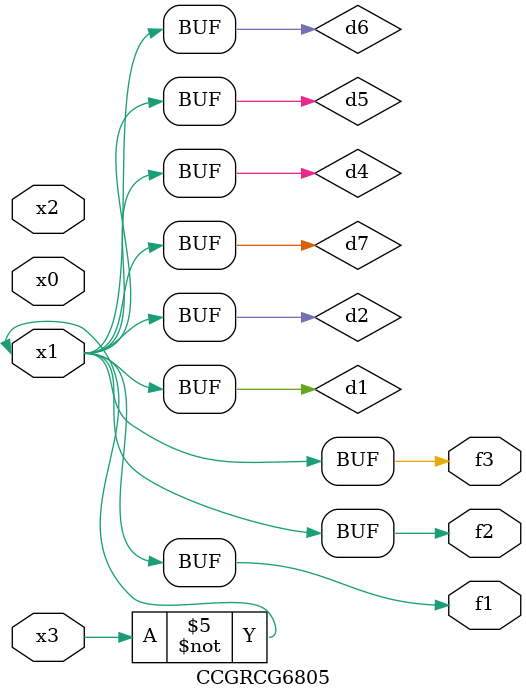
<source format=v>
module CCGRCG6805(
	input x0, x1, x2, x3,
	output f1, f2, f3
);

	wire d1, d2, d3, d4, d5, d6, d7;

	not (d1, x3);
	buf (d2, x1);
	xnor (d3, d1, d2);
	nor (d4, d1);
	buf (d5, d1, d2);
	buf (d6, d4, d5);
	nand (d7, d4);
	assign f1 = d6;
	assign f2 = d7;
	assign f3 = d6;
endmodule

</source>
